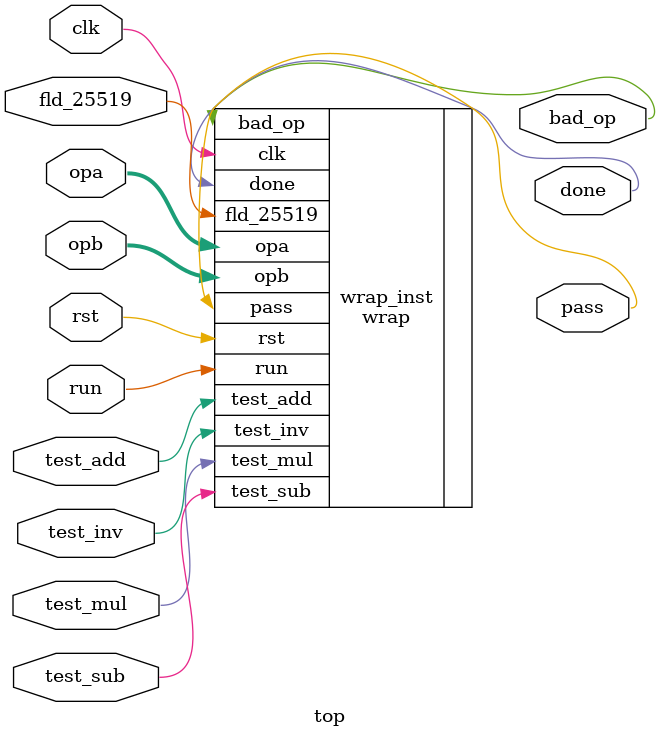
<source format=sv>
module top (
  input  logic         clk,
  input  logic         rst,
  input  logic         test_add,
  input  logic         test_sub,
  input  logic         test_mul,
  input  logic         test_inv,
  input  logic         run,
  input  logic [255:0] opa, 
  input  logic [255:0] opb,
  input  logic         fld_25519,
  output logic         pass, 
  output logic         done, 
  output logic         bad_op
);

  wrap wrap_inst (
    .clk       (clk),
    .rst       (rst),
    .test_add  (test_add),
    .test_sub  (test_sub),
    .test_mul  (test_mul),
    .test_inv  (test_inv),
    .run       (run),
    .opa       (opa),
    .opb       (opb),
    .fld_25519 (fld_25519),
    .pass      (pass),
    .done      (done),
    .bad_op    (bad_op)
  );

endmodule
</source>
